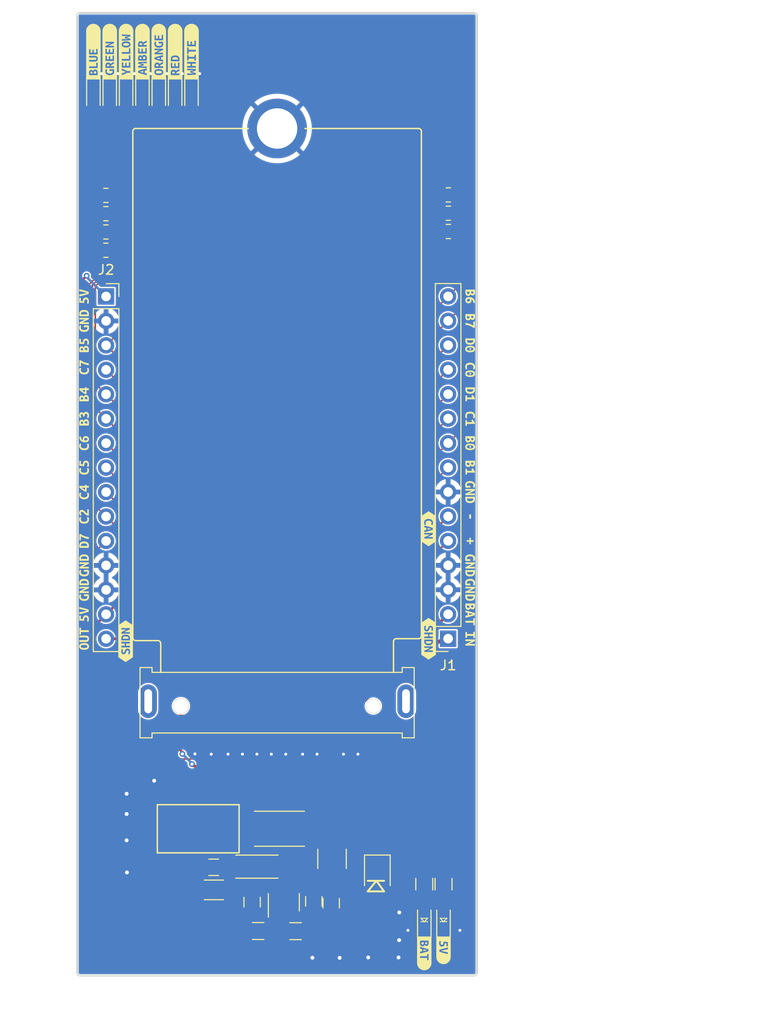
<source format=kicad_pcb>
(kicad_pcb (version 20211014) (generator pcbnew)
  (layers (0 "F.Cu" signal) (31 "B.Cu" signal) (34 "B.Paste" user) (35 "F.Paste" user) (36 "B.SilkS" user "B.Silkscreen") (37 "F.SilkS" user "F.Silkscreen") (38 "B.Mask" user) (39 "F.Mask" user) (44 "Edge.Cuts" user))
  (net 0 "")
  (net 1 "GND")
  (net 2 "Net-(C101-Pad1)")
  (net 3 "Net-(C103-Pad2)")
  (net 4 "Net-(C103-Pad1)")
  (net 5 "Net-(COUT101-Pad1)")
  (net 6 "Net-(D102-Pad2)")
  (net 7 "Net-(D103-Pad2)")
  (net 8 "Net-(R102-Pad1)")
  (net 9 "+5V")
  (net 10 "+BATT")
  (net 11 "/SHDN_IN")
  (net 12 "/CAN_+")
  (net 13 "/CAN_-")
  (net 14 "/PB1")
  (net 15 "/PB0")
  (net 16 "/PC1")
  (net 17 "/PD1")
  (net 18 "/PC0")
  (net 19 "/PD0")
  (net 20 "/PB7")
  (net 21 "/PB6")
  (net 22 "/PB5")
  (net 23 "/PC7")
  (net 24 "/PB4")
  (net 25 "/PB3")
  (net 26 "/PC6")
  (net 27 "/PC5")
  (net 28 "/PC4")
  (net 29 "/PB2")
  (net 30 "/PD7")
  (net 31 "/SHDN_OUT")
  (net 69 "Net-(D1-Pad2)")
  (net 70 "Net-(D3-Pad2)")
  (net 71 "Net-(D4-Pad2)")
  (net 72 "Net-(D5-Pad2)")
  (net 73 "Net-(D6-Pad2)")
  (net 74 "Net-(D7-Pad2)")
  (net 75 "Net-(D2-Pad2)")
  (footprint "footprints:Fuse_1210" (layer "F.Cu") (at 170.809 102.871 90)
    (fp_text reference "F101" hide)
    (fp_text value "F_500mA_16V" hide)
  )
  (footprint "footprints:R_2512_OEM" (layer "F.Cu") (at 165.3468 99.74392 180)
    (fp_text reference "R104" hide)
    (fp_text value "R_0_2512" hide)
  )
  (footprint "footprints:SOT-23-6_OEM" (layer "F.Cu") (at 165.7974 107.3842 90)
    (fp_text reference "U101" hide)
    (fp_text value "TPS560430YF" hide)
  )
  (footprint "footprints:R_0805_OEM" (layer "F.Cu") (at 180.4 105.5 -90)
    (fp_text reference "R105" hide)
    (fp_text value "R_200" hide)
  )
  (footprint "footprints:R_0805_OEM" (layer "F.Cu") (at 167.01678 110.38652)
    (fp_text reference "R102" hide)
    (fp_text value "R_25K" hide)
  )
  (footprint "footprints:C_1812" (layer "F.Cu") (at 159.6457 99.749 180)
    (fp_text reference "COUT102" hide)
    (fp_text value "C_33uF" hide)
  )
  (footprint "footprints:C_0805_OEM" (layer "F.Cu") (at 158.5027 103.7495 180)
    (fp_text reference "COUT103" hide)
    (fp_text value "C_47uF" hide)
  )
  (footprint "footprints:DO-214AA" (layer "F.Cu") (at 175.5207 105.6545 -90)
    (fp_text reference "D101" hide)
    (fp_text value "D_Zener_18V" hide)
  )
  (footprint "footprints:LED_0805_OEM" (layer "F.Cu") (at 180.4 109.2 90)
    (fp_text reference "D103" hide)
    (fp_text value "LED_0805" hide)
  )
  (footprint "footprints:C_1206_OEM" (layer "F.Cu") (at 158.5267 106.099 180)
    (fp_text reference "COUT101" hide)
    (fp_text value "C_22uF" hide)
  )
  (footprint "footprints:LED_0805_OEM" (layer "F.Cu") (at 182.4 109.2 90)
    (fp_text reference "D102" hide)
    (fp_text value "LED_0805" hide)
  )
  (footprint "footprints:C_0805_OEM" (layer "F.Cu") (at 162.5032 107.369 90)
    (fp_text reference "C103" hide)
    (fp_text value "C_0.1uF" hide)
  )
  (footprint "footprints:R_0805_OEM" (layer "F.Cu") (at 163.13058 110.37128)
    (fp_text reference "R103" hide)
    (fp_text value "R_100K" hide)
  )
  (footprint "footprints:C_0805_OEM" (layer "F.Cu") (at 170.72264 107.48 -90)
    (fp_text reference "C101" hide)
    (fp_text value "C_0.1uF" hide)
  )
  (footprint "footprints:C_0805_OEM" (layer "F.Cu") (at 168.9167 107.2895 -90)
    (fp_text reference "C102" hide)
    (fp_text value "C_2.2uF" hide)
  )
  (footprint "footprints:L_100uH_OEM" (layer "F.Cu") (at 162.9983 103.68346 180)
    (fp_text reference "L101" hide)
    (fp_text value "L_100uH" hide)
  )
  (footprint "footprints:R_0805_OEM" (layer "F.Cu") (at 182.4 105.5 -90)
    (fp_text reference "R101" hide)
    (fp_text value "R_1K" hide)
  )
  (footprint "kibuzzard-634A5F10" (layer "F.Cu") (at 185.166 64.77 -90)
    (fp_text reference "kibuzzard-634A5F10" hide)
    (fp_text value "G***" hide)
  )
  (footprint "kibuzzard-634A6045" (layer "F.Cu") (at 149.352 80.264 90)
    (fp_text reference "kibuzzard-634A6045" hide)
    (fp_text value "G***" hide)
  )
  (footprint "kibuzzard-634A5EFD" (layer "F.Cu") (at 180.848 68.58 -90)
    (fp_text reference "kibuzzard-634A5EFD" hide)
    (fp_text value "G***" hide)
  )
  (footprint "kibuzzard-634A5E1B" (layer "F.Cu") (at 145.034 62.23 90)
    (fp_text reference "kibuzzard-634A5E1B" hide)
    (fp_text value "G***" hide)
  )
  (footprint "Resistor_SMD:R_0805_2012Metric" (layer "F.Cu") (at 182.9 35.8)
    (fp_text reference "R6" hide)
    (fp_text value "R")
  )
  (footprint "kibuzzard-634A4103" (layer "F.Cu") (at 182.4 112.4 -90)
    (fp_text reference "kibuzzard-634A4103" hide)
    (fp_text value "G***" hide)
  )
  (footprint "kibuzzard-634A5D7A" (layer "F.Cu") (at 145.034 74.93 90)
    (fp_text reference "kibuzzard-634A5D7A" hide)
    (fp_text value "G***" hide)
  )
  (footprint "OEM:CHIPLED_0805" (layer "F.Cu") (at 149.4 23.6 -90)
    (fp_text reference "D3" hide)
    (fp_text value "LED_YELLOW" hide)
  )
  (footprint "kibuzzard-634A5E67" (layer "F.Cu") (at 185.166 77.47 -90)
    (fp_text reference "kibuzzard-634A5E67" hide)
    (fp_text value "G***" hide)
  )
  (footprint "kibuzzard-634A5F3F" (layer "F.Cu") (at 185.166 49.53 -90)
    (fp_text reference "kibuzzard-634A5F3F" hide)
    (fp_text value "G***" hide)
  )
  (footprint "OEM:CHIPLED_0805" (layer "F.Cu") (at 147.7 23.6 -90)
    (fp_text reference "D2" hide)
    (fp_text value "LED_GREEN" hide)
  )
  (footprint "kibuzzard-634A5F2F" (layer "F.Cu") (at 185.166 54.61 -90)
    (fp_text reference "kibuzzard-634A5F2F" hide)
    (fp_text value "G***" hide)
  )
  (footprint "kibuzzard-634A5E38" (layer "F.Cu") (at 145.034 69.85 90)
    (fp_text reference "kibuzzard-634A5E38" hide)
    (fp_text value "G***" hide)
  )
  (footprint "kibuzzard-634A5DF0" (layer "F.Cu") (at 145.034 54.61 90)
    (fp_text reference "kibuzzard-634A5DF0" hide)
    (fp_text value "G***" hide)
  )
  (footprint "footprints:Automotive_M.2" (layer "F.Cu") (at 165.1 87 180)
    (fp_text reference "J3" hide)
    (fp_text value "M.2")
    (fp_circle (center -10 0) (end -9.25 0) (layer "Edge.Cuts") (width 0.05) (fill none))
    (fp_circle (center 10 0) (end 10.8 0) (layer "Edge.Cuts") (width 0.05) (fill none))
  )
  (footprint "kibuzzard-634A4B52" (layer "F.Cu") (at 149.4 19 90)
    (fp_text reference "kibuzzard-634A4B52" hide)
    (fp_text value "G***" hide)
  )
  (footprint "Connector_PinSocket_2.54mm:PinSocket_1x15_P2.54mm_Vertical" (layer "F.Cu") (at 182.88 80 180)
    (fp_text reference "J1")
    (fp_text value "Conn_01x15")
  )
  (footprint "Resistor_SMD:R_0805_2012Metric" (layer "F.Cu") (at 147.3 37.75 180)
    (fp_text reference "R3" hide)
    (fp_text value "R")
  )
  (footprint "kibuzzard-634A5EB2" (layer "F.Cu") (at 185.166 67.31 -90)
    (fp_text reference "kibuzzard-634A5EB2" hide)
    (fp_text value "G***" hide)
  )
  (footprint "kibuzzard-634A5E74" (layer "F.Cu") (at 185.166 74.93 -90)
    (fp_text reference "kibuzzard-634A5E74" hide)
    (fp_text value "G***" hide)
  )
  (footprint "kibuzzard-634A4119" (layer "F.Cu") (at 180.4 112.7 -90)
    (fp_text reference "kibuzzard-634A4119" hide)
    (fp_text value "G***" hide)
  )
  (footprint "kibuzzard-634A5F37" (layer "F.Cu") (at 185.166 52.07 -90)
    (fp_text reference "kibuzzard-634A5F37" hide)
    (fp_text value "G***" hide)
  )
  (footprint "kibuzzard-634A5D61" (layer "F.Cu") (at 145.034 44.45 90)
    (fp_text reference "kibuzzard-634A5D61" hide)
    (fp_text value "G***" hide)
  )
  (footprint "Resistor_SMD:R_0805_2012Metric" (layer "F.Cu") (at 182.9 37.7)
    (fp_text reference "R5" hide)
    (fp_text value "R")
  )
  (footprint "kibuzzard-634A4BA3" (layer "F.Cu") (at 147.7 19 90)
    (fp_text reference "kibuzzard-634A4BA3" hide)
    (fp_text value "G***" hide)
  )
  (footprint "Resistor_SMD:R_0805_2012Metric" (layer "F.Cu") (at 147.3 35.85 180)
    (fp_text reference "R2" hide)
    (fp_text value "R")
  )
  (footprint "kibuzzard-634A6037" (layer "F.Cu") (at 185.166 80.01 -90)
    (fp_text reference "kibuzzard-634A6037" hide)
    (fp_text value "G***" hide)
  )
  (footprint "Resistor_SMD:R_0805_2012Metric" (layer "F.Cu") (at 182.9 33.9)
    (fp_text reference "R7" hide)
    (fp_text value "R")
  )
  (footprint "kibuzzard-634A5E01" (layer "F.Cu") (at 145.034 57.15 90)
    (fp_text reference "kibuzzard-634A5E01" hide)
    (fp_text value "G***" hide)
  )
  (footprint "OEM:CHIPLED_0805" (layer "F.Cu") (at 156.2 23.6 -90)
    (fp_text reference "D7" hide)
    (fp_text value "LED_WHITE" hide)
  )
  (footprint "OEM:CHIPLED_0805" (layer "F.Cu") (at 146 23.6 -90)
    (fp_text reference "D1" hide)
    (fp_text value "LED_BLUE" hide)
  )
  (footprint "kibuzzard-634A5E2B" (layer "F.Cu") (at 145.034 67.31 90)
    (fp_text reference "kibuzzard-634A5E2B" hide)
    (fp_text value "G***" hide)
  )
  (footprint "kibuzzard-634A5F28" (layer "F.Cu") (at 185.166 57.15 -90)
    (fp_text reference "kibuzzard-634A5F28" hide)
    (fp_text value "G***" hide)
  )
  (footprint "OEM:MountingHole_440_Keystone_4939" (layer "F.Cu") (at 165.1 27)
    (fp_text reference "H1" hide)
    (fp_text value "MountingHole_Pad")
  )
  (footprint "kibuzzard-634A5DDD" (layer "F.Cu") (at 145.034 49.53 90)
    (fp_text reference "kibuzzard-634A5DDD" hide)
    (fp_text value "G***" hide)
  )
  (footprint "kibuzzard-634A4B80" (layer "F.Cu") (at 152.8 19 90)
    (fp_text reference "kibuzzard-634A4B80" hide)
    (fp_text value "G***" hide)
  )
  (footprint "Connector_PinSocket_2.54mm:PinSocket_1x15_P2.54mm_Vertical" (layer "F.Cu") (at 147.32 44.45)
    (fp_text reference "J2")
    (fp_text value "Conn_01x15")
  )
  (footprint "Resistor_SMD:R_0805_2012Metric" (layer "F.Cu") (at 147.3 39.65 180)
    (fp_text reference "R4" hide)
    (fp_text value "R")
  )
  (footprint "Resistor_SMD:R_0805_2012Metric" (layer "F.Cu") (at 147.3 33.95 180)
    (fp_text reference "R1" hide)
    (fp_text value "R")
  )
  (footprint "kibuzzard-634A5D7A" (layer "F.Cu") (at 145.034 72.39 90)
    (fp_text reference "kibuzzard-634A5D7A" hide)
    (fp_text value "G***" hide)
  )
  (footprint "kibuzzard-634A602F" (layer "F.Cu") (at 145.034 80.01 90)
    (fp_text reference "kibuzzard-634A602F" hide)
    (fp_text value "G***" hide)
  )
  (footprint "kibuzzard-634A5F21" (layer "F.Cu") (at 185.166 59.69 -90)
    (fp_text reference "kibuzzard-634A5F21" hide)
    (fp_text value "G***" hide)
  )
  (footprint "kibuzzard-634A4BB2" (layer "F.Cu") (at 146 19 90)
    (fp_text reference "kibuzzard-634A4BB2" hide)
    (fp_text value "G***" hide)
  )
  (footprint "kibuzzard-634A5F48" (layer "F.Cu") (at 185.166 46.99 -90)
    (fp_text reference "kibuzzard-634A5F48" hide)
    (fp_text value "G***" hide)
  )
  (footprint "kibuzzard-634A5E08" (layer "F.Cu") (at 145.034 59.69 90)
    (fp_text reference "kibuzzard-634A5E08" hide)
    (fp_text value "G***" hide)
  )
  (footprint "kibuzzard-634A5D7A" (layer "F.Cu") (at 145.034 46.99 90)
    (fp_text reference "kibuzzard-634A5D7A" hide)
    (fp_text value "G***" hide)
  )
  (footprint "kibuzzard-634A4B76" (layer "F.Cu") (at 151.1 19 90)
    (fp_text reference "kibuzzard-634A4B76" hide)
    (fp_text value "G***" hide)
  )
  (footprint "kibuzzard-634A5F18" (layer "F.Cu") (at 185.166 62.23 -90)
    (fp_text reference "kibuzzard-634A5F18" hide)
    (fp_text value "G***" hide)
  )
  (footprint "kibuzzard-634A5D61" (layer "F.Cu") (at 145.034 77.47 90)
    (fp_text reference "kibuzzard-634A5D61" hide)
    (fp_text value "G***" hide)
  )
  (footprint "kibuzzard-634A5E21" (layer "F.Cu") (at 145.034 64.77 90)
    (fp_text reference "kibuzzard-634A5E21" hide)
    (fp_text value "G***" hide)
  )
  (footprint "kibuzzard-634A4B93" (layer "F.Cu") (at 154.5 19 90)
    (fp_text reference "kibuzzard-634A4B93" hide)
    (fp_text value "G***" hide)
  )
  (footprint "OEM:CHIPLED_0805" (layer "F.Cu") (at 151.1 23.6 -90)
    (fp_text reference "D4" hide)
    (fp_text value "LED_AMBER" hide)
  )
  (footprint "kibuzzard-634A5F51" (layer "F.Cu") (at 185.166 44.45 -90)
    (fp_text reference "kibuzzard-634A5F51" hide)
    (fp_text value "G***" hide)
  )
  (footprint "kibuzzard-634A4B3E" (layer "F.Cu") (at 156.2 19 90)
    (fp_text reference "kibuzzard-634A4B3E" hide)
    (fp_text value "G***" hide)
  )
  (footprint "OEM:CHIPLED_0805" (layer "F.Cu") (at 154.5 23.6 -90)
    (fp_text reference "D6" hide)
    (fp_text value "LED_RED" hide)
  )
  (footprint "kibuzzard-634A6045" (layer "F.Cu") (at 180.848 80.01 -90)
    (fp_text reference "kibuzzard-634A6045" hide)
    (fp_text value "G***" hide)
  )
  (footprint "kibuzzard-634A5EAA" (layer "F.Cu") (at 185.166 69.85 -90)
    (fp_text reference "kibuzzard-634A5EAA" hide)
    (fp_text value "G***" hide)
  )
  (footprint "OEM:CHIPLED_0805" (layer "F.Cu") (at 152.8 23.6 -90)
    (fp_text reference "D5" hide)
    (fp_text value "LED_ORANGE" hide)
  )
  (footprint "kibuzzard-634A5DE2" (layer "F.Cu") (at 145.034 51.816 90)
    (fp_text reference "kibuzzard-634A5DE2" hide)
    (fp_text value "G***" hide)
  )
  (footprint "kibuzzard-634A5E74" (layer "F.Cu") (at 185.166 72.39 -90)
    (fp_text reference "kibuzzard-634A5E74" hide)
    (fp_text value "G***" hide)
  )
  (gr_arc (start 179.8 27) (mid 180.012132 27.087868) (end 180.1 27.3) (layer "F.SilkS") (width 0.15))
  (gr_line (start 153 80.5) (end 153 83.5) (layer "F.SilkS") (width 0.15))
  (gr_arc (start 180.1 79.7) (mid 180.012132 79.912132) (end 179.8 80) (layer "F.SilkS") (width 0.15))
  (gr_line (start 179.8 80) (end 177.5 80) (layer "F.SilkS") (width 0.15))
  (gr_line (start 180.1 79.7) (end 180.1 27.3) (layer "F.SilkS") (width 0.15))
  (gr_arc (start 152.7 80.2) (mid 152.912132 80.287868) (end 153 80.5) (layer "F.SilkS") (width 0.15))
  (gr_arc (start 177.2 80.3) (mid 177.287868 80.087868) (end 177.5 80) (layer "F.SilkS") (width 0.15))
  (gr_arc (start 150.1 27.3) (mid 150.187868 27.087868) (end 150.4 27) (layer "F.SilkS") (width 0.15))
  (gr_line (start 177.2 80.3) (end 177.2 83.5) (layer "F.SilkS") (width 0.15))
  (gr_line (start 150.4 27) (end 162.1 27) (layer "F.SilkS") (width 0.15))
  (gr_line (start 150.1 27.3) (end 150.1 79.9) (layer "F.SilkS") (width 0.15))
  (gr_arc (start 150.4 80.2) (mid 150.187868 80.112132) (end 150.1 79.9) (layer "F.SilkS") (width 0.15))
  (gr_line (start 179.8 27) (end 168 27) (layer "F.SilkS") (width 0.15))
  (gr_line (start 150.4 80.2) (end 152.7 80.2) (layer "F.SilkS") (width 0.15))
  (gr_line (start 185.58 115) (end 144.62 115) (layer "Edge.Cuts") (width 0.2))
  (gr_arc (start 185.88 114.7) (mid 185.792132 114.912132) (end 185.58 115) (layer "Edge.Cuts") (width 0.2))
  (gr_arc (start 144.32 15.3) (mid 144.407868 15.087868) (end 144.62 15) (layer "Edge.Cuts") (width 0.2))
  (gr_arc (start 144.62 115) (mid 144.407868 114.912132) (end 144.32 114.7) (layer "Edge.Cuts") (width 0.2))
  (gr_line (start 144.62 15) (end 185.58 15) (layer "Edge.Cuts") (width 0.2))
  (gr_arc (start 185.58 15) (mid 185.792132 15.087868) (end 185.88 15.3) (layer "Edge.Cuts") (width 0.2))
  (gr_line (start 144.32 114.7) (end 144.32 15.3) (layer "Edge.Cuts") (width 0.2))
  (gr_line (start 185.88 15.3) (end 185.88 114.7) (layer "Edge.Cuts") (width 0.2))
  (segment (start 161.35 90) (end 161.35 91.85) (width 0.1524) (layer "F.Cu") (net 1))
  (segment (start 158.35 91.9) (end 158.25 92) (width 0.1524) (layer "F.Cu") (net 1))
  (segment (start 173.35 90) (end 173.35 91.85) (width 0.1524) (layer "F.Cu") (net 1))
  (segment (start 157.5027 103.6245) (end 154.3657 100.4875) (width 0.254) (layer "F.Cu") (net 1))
  (segment (start 158.35 90) (end 158.35 91.9) (width 0.1524) (layer "F.Cu") (net 1))
  (segment (start 159.85 90) (end 159.85 91.85) (width 0.1524) (layer "F.Cu") (net 1))
  (segment (start 150.25 21.7) (end 150.25 21.3) (width 0.1524) (layer "F.Cu") (net 1))
  (segment (start 174.5301 113.15766) (end 174.5682 113.11956) (width 0.381) (layer "F.Cu") (net 1))
  (segment (start 162.85 91.85) (end 163 92) (width 0.1524) (layer "F.Cu") (net 1))
  (segment (start 161.35 91.85) (end 161.5 92) (width 0.1524) (layer "F.Cu") (net 1))
  (segment (start 167.96678 109.11442) (end 168.7917 108.2895) (width 0.254) (layer "F.Cu") (net 1))
  (segment (start 162.85 90) (end 162.85 91.85) (width 0.1524) (layer "F.Cu") (net 1))
  (segment (start 150.65664 99.749) (end 149.45522 100.95042) (width 0.254) (layer "F.Cu") (net 1))
  (segment (start 167.422999 107.674799) (end 165.822801 107.674799) (width 0.254) (layer "F.Cu") (net 1))
  (segment (start 157.0267 104.2255) (end 157.5027 103.7495) (width 0.254) (layer "F.Cu") (net 1))
  (segment (start 165.85 90) (end 165.85 91.85) (width 0.1524) (layer "F.Cu") (net 1))
  (segment (start 168.85 91.6) (end 169.25 92) (width 0.1524) (layer "F.Cu") (net 1))
  (segment (start 154.5 22.55) (end 155.25 21.8) (width 0.1524) (layer "F.Cu") (net 1))
  (segment (start 177.72288 111.38474) (end 177.78638 111.32124) (width 0.381) (layer "F.Cu") (net 1))
  (segment (start 177.0447 107.6865) (end 177.79908 108.44088) (width 0.254) (layer "F.Cu") (net 1))
  (segment (start 151.1 22.55) (end 151.95 21.7) (width 0.1524) (layer "F.Cu") (net 1))
  (segment (start 168.7917 108.2895) (end 168.9167 108.2895) (width 0.254) (layer "F.Cu") (net 1))
  (segment (start 168.85 90) (end 168.85 91.6) (width 0.1524) (layer "F.Cu") (net 1))
  (segment (start 168.9167 108.2895) (end 168.0377 108.2895) (width 0.254) (layer "F.Cu") (net 1))
  (segment (start 146.85 21.7) (end 146.85 21.3) (width 0.1524) (layer "F.Cu") (net 1))
  (segment (start 157.5027 103.7495) (end 157.5027 103.6245) (width 0.254) (layer "F.Cu") (net 1))
  (segment (start 157.0267 106.099) (end 157.0267 104.2255) (width 0.254) (layer "F.Cu") (net 1))
  (segment (start 152.8 22.55) (end 153.65 21.7) (width 0.1524) (layer "F.Cu") (net 1))
  (segment (start 154.3657 99.749) (end 150.65664 99.749) (width 0.254) (layer "F.Cu") (net 1))
  (segment (start 168.0377 108.2895) (end 167.422999 107.674799) (width 0.254) (layer "F.Cu") (net 1))
  (segment (start 167.35 90) (end 167.35 91.6) (width 0.1524) (layer "F.Cu") (net 1))
  (segment (start 164.35 90) (end 164.35 91.85) (width 0.1524) (layer "F.Cu") (net 1))
  (segment (start 167.96678 110.38652) (end 167.96678 112.34236) (width 0.254) (layer "F.Cu") (net 1))
  (segment (start 149.4 22.55) (end 150.25 21.7) (width 0.1524) (layer "F.Cu") (net 1))
  (segment (start 175.5207 107.6865) (end 177.0447 107.6865) (width 0.254) (layer "F.Cu") (net 1))
  (segment (start 170.72264 107.98632) (end 169.21988 107.98632) (width 0.254) (layer "F.Cu") (net 1))
  (segment (start 165.85 91.85) (end 166 92) (width 0.1524) (layer "F.Cu") (net 1))
  (segment (start 155.25 21.8) (end 155.25 21.25) (width 0.1524) (layer "F.Cu") (net 1))
  (segment (start 169.21988 107.98632) (end 168.9167 108.2895) (width 0.254) (layer "F.Cu") (net 1))
  (segment (start 156.557319 91.9695) (end 156.85 91.676819) (width 0.1524) (layer "F.Cu") (net 1))
  (segment (start 167.96678 110.38652) (end 167.96678 109.11442) (width 0.254) (layer "F.Cu") (net 1))
  (segment (start 173.35 91.85) (end 173.5 92) (width 0.1524) (layer "F.Cu") (net 1))
  (segment (start 147.7 22.55) (end 148.55 21.7) (width 0.1524) (layer "F.Cu") (net 1))
  (segment (start 159.85 91.85) (end 160 92) (width 0.1524) (layer "F.Cu") (net 1))
  (segment (start 156.85 91.676819) (end 156.85 90) (width 0.1524) (layer "F.Cu") (net 1))
  (segment (start 154.3657 100.4875) (end 154.3657 99.749) (width 0.254) (layer "F.Cu") (net 1))
  (segment (start 182.4 110.3) (end 184.1 110.3) (width 0.1524) (layer "F.Cu") (net 1))
  (segment (start 146 22.55) (end 146.85 21.7) (width 0.1524) (layer "F.Cu") (net 1))
  (segment (start 151.95 21.7) (end 151.95 21.3) (width 0.1524) (layer "F.Cu") (net 1))
  (segment (start 165.822801 107.674799) (end 165.7974 107.7002) (width 0.254) (layer "F.Cu") (net 1))
  (segment (start 165.7974 107.7002) (end 165.7974 108.4842) (width 0.254) (layer "F.Cu") (net 1))
  (segment (start 164.35 91.85) (end 164.5 92) (width 0.1524) (layer "F.Cu") (net 1))
  (segment (start 153.65 21.7) (end 153.65 21.3) (width 0.1524) (layer "F.Cu") (net 1))
  (segment (start 180.4 110.3) (end 178.7 110.3) (width 0.1524) (layer "F.Cu") (net 1))
  (segment (start 167.96678 112.34236) (end 168.76938 113.14496) (width 0.254) (layer "F.Cu") (net 1))
  (segment (start 148.55 21.7) (end 148.55 21.3) (width 0.1524) (layer "F.Cu") (net 1))
  (segment (start 171.85 90) (end 171.85 91.85) (width 0.1524) (layer "F.Cu") (net 1))
  (segment (start 157.05 21.7) (end 157.05 21.3) (width 0.1524) (layer "F.Cu") (net 1))
  (segment (start 171.85 91.85) (end 172 92) (width 0.1524) (layer "F.Cu") (net 1))
  (segment (start 167.35 91.6) (end 167.75 92) (width 0.1524) (layer "F.Cu") (net 1))
  (segment (start 156.2 22.55) (end 157.05 21.7) (width 0.1524) (layer "F.Cu") (net 1))
  (via (at 160 92) (size 0.6096) (drill 0.3048) (layers "F.Cu" "B.Cu") (net 1))
  (via (at 166 92) (size 0.6096) (drill 0.3048) (layers "F.Cu" "B.Cu") (net 1))
  (via (at 177.79908 108.44088) (size 0.8) (drill 0.4) (layers "F.Cu" "B.Cu") (net 1))
  (via (at 164.5 92) (size 0.6096) (drill 0.3048) (layers "F.Cu" "B.Cu") (net 1))
  (via (at 172 92) (size 0.6096) (drill 0.3048) (layers "F.Cu" "B.Cu") (net 1))
  (via (at 151.95 21.3) (size 0.6096) (drill 0.3048) (layers "F.Cu" "B.Cu") (net 1))
  (via (at 161.5 92) (size 0.6096) (drill 0.3048) (layers "F.Cu" "B.Cu") (net 1))
  (via (at 149.45522 96.11426) (size 0.8) (drill 0.4) (layers "F.Cu" "B.Cu") (net 1))
  (via (at 167.75 92) (size 0.6096) (drill 0.3048) (layers "F.Cu" "B.Cu") (net 1))
  (via (at 149.45522 98.21484) (size 0.8) (drill 0.4) (layers "F.Cu" "B.Cu") (net 1))
  (via (at 173.5 92) (size 0.6096) (drill 0.3048) (layers "F.Cu" "B.Cu") (net 1))
  (via (at 174.5682 113.11956) (size 0.8) (drill 0.4) (layers "F.Cu" "B.Cu") (net 1))
  (via (at 150.25 21.3) (size 0.6096) (drill 0.3048) (layers "F.Cu" "B.Cu") (net 1))
  (via (at 149.49078 104.28544) (size 0.8) (drill 0.4) (layers "F.Cu" "B.Cu") (net 1))
  (via (at 169.25 92) (size 0.6096) (drill 0.3048) (layers "F.Cu" "B.Cu") (net 1))
  (via (at 158.25 92) (size 0.6096) (drill 0.3048) (layers "F.Cu" "B.Cu") (net 1))
  (via (at 177.78638 111.32124) (size 0.8) (drill 0.4) (layers "F.Cu" "B.Cu") (net 1))
  (via (at 163 92) (size 0.6096) (drill 0.3048) (layers "F.Cu" "B.Cu") (net 1))
  (via (at 178.7 110.3) (size 0.6096) (drill 0.3048) (layers "F.Cu" "B.Cu") (net 1))
  (via (at 171.59894 113.15766) (size 0.8) (drill 0.4) (layers "F.Cu" "B.Cu") (net 1))
  (via (at 177.72288 113.11956) (size 0.8) (drill 0.4) (layers "F.Cu" "B.Cu") (net 1))
  (via (at 152.32034 94.76044) (size 0.8) (drill 0.4) (layers "F.Cu" "B.Cu") (net 1))
  (via (at 184.1 110.3) (size 0.6096) (drill 0.3048) (layers "F.Cu" "B.Cu") (net 1))
  (via (at 146.85 21.3) (size 0.6096) (drill 0.3048) (layers "F.Cu" "B.Cu") (net 1))
  (via (at 155.25 21.3) (size 0.6096) (drill 0.3048) (layers "F.Cu" "B.Cu") (net 1))
  (via (at 157.05 21.3) (size 0.6096) (drill 0.3048) (layers "F.Cu" "B.Cu") (net 1))
  (via (at 153.65 21.3) (size 0.6096) (drill 0.3048) (layers "F.Cu" "B.Cu") (net 1))
  (via (at 149.45522 100.95042) (size 0.8) (drill 0.4) (layers "F.Cu" "B.Cu") (net 1))
  (via (at 168.76938 113.14496) (size 0.8) (drill 0.4) (layers "F.Cu" "B.Cu") (net 1))
  (via (at 156.557319 91.9695) (size 0.6096) (drill 0.3048) (layers "F.Cu" "B.Cu") (net 1))
  (via (at 148.55 21.3) (size 0.6096) (drill 0.3048) (layers "F.Cu" "B.Cu") (net 1))
  (segment (start 177.78638 108.45358) (end 177.79908 108.44088) (width 0.381) (layer "B.Cu") (net 1))
  (segment (start 149.49078 100.98598) (end 149.45522 100.95042) (width 0.25) (layer "B.Cu") (net 1))
  (segment (start 149.45522 96.11426) (end 149.45522 96.679945) (width 0.25) (layer "B.Cu") (net 1))
  (segment (start 149.45522 96.679945) (end 149.45268 96.682485) (width 0.25) (layer "B.Cu") (net 1))
  (segment (start 177.78638 111.32124) (end 177.78638 108.45358) (width 0.381) (layer "B.Cu") (net 1))
  (segment (start 175.133885 113.11956) (end 177.72288 113.11956) (width 0.381) (layer "B.Cu") (net 1))
  (segment (start 174.5682 113.11956) (end 175.133885 113.11956) (width 0.381) (layer "B.Cu") (net 1))
  (segment (start 149.45268 96.682485) (end 149.45268 98.2123) (width 0.25) (layer "B.Cu") (net 1))
  (segment (start 149.45268 98.2123) (end 149.45522 98.21484) (width 0.25) (layer "B.Cu") (net 1))
  (segment (start 149.49078 104.28544) (end 149.49078 100.98598) (width 0.25) (layer "B.Cu") (net 1))
  (segment (start 168.76938 113.14496) (end 171.58624 113.14496) (width 0.381) (layer "B.Cu") (net 1))
  (segment (start 171.58624 113.14496) (end 171.59894 113.15766) (width 0.381) (layer "B.Cu") (net 1))
  (segment (start 166.7474 106.2842) (end 165.7974 106.2842) (width 0.381) (layer "F.Cu") (net 2))
  (segment (start 175.5207 103.6225) (end 177.3982 105.5) (width 0.1524) (layer "F.Cu") (net 2))
  (segment (start 169.03852 106.41132) (end 168.9167 106.2895) (width 0.254) (layer "F.Cu") (net 2))
  (segment (start 181.45 105.5) (end 182.4 104.55) (width 0.1524) (layer "F.Cu") (net 2))
  (segment (start 173.9205 103.6225) (end 173.222 104.321) (width 0.381) (layer "F.Cu") (net 2))
  (segment (start 177.3982 105.5) (end 181.45 105.5) (width 0.1524) (layer "F.Cu") (net 2))
  (segment (start 170.72264 104.40736) (end 170.809 104.321) (width 0.381) (layer "F.Cu") (net 2))
  (segment (start 175.5207 103.6225) (end 173.9205 103.6225) (width 0.381) (layer "F.Cu") (net 2))
  (segment (start 168.9167 106.2895) (end 166.7527 106.2895) (width 0.254) (layer "F.Cu") (net 2))
  (segment (start 170.72264 106.48) (end 170.72264 104.40736) (width 0.381) (layer "F.Cu") (net 2))
  (segment (start 170.72264 106.41132) (end 169.03852 106.41132) (width 0.254) (layer "F.Cu") (net 2))
  (segment (start 173.222 104.321) (end 170.809 104.321) (width 0.381) (layer "F.Cu") (net 2))
  (segment (start 166.7527 106.2895) (end 166.7474 106.2842) (width 0.254) (layer "F.Cu") (net 2))
  (segment (start 164.5983 103.68346) (end 164.5983 106.0351) (width 0.254) (layer "F.Cu") (net 3))
  (segment (start 164.8474 106.2842) (end 162.588 106.2842) (width 0.254) (layer "F.Cu") (net 3))
  (segment (start 164.5983 106.0351) (end 164.8474 106.2842) (width 0.254) (layer "F.Cu") (net 3))
  (segment (start 162.588 106.2842) (end 162.5032 106.369) (width 0.254) (layer "F.Cu") (net 3))
  (segment (start 162.6184 108.4842) (end 162.5032 108.369) (width 0.254) (layer "F.Cu") (net 4))
  (segment (start 164.8474 108.4842) (end 162.6184 108.4842) (width 0.254) (layer "F.Cu") (net 4))
  (segment (start 159.65078 99.74392) (end 159.6457 99.749) (width 0.254) (layer "F.Cu") (net 5))
  (segment (start 160.0267 106.099) (end 160.0267 104.2735) (width 0.254) (layer "F.Cu") (net 5))
  (segment (start 164.59108 99.74392) (end 167.64716 102.8) (width 0.254) (layer "F.Cu") (net 5))
  (segment (start 160.0267 108.8214) (end 161.57658 110.37128) (width 0.254) (layer "F.Cu") (net 5))
  (segment (start 161.57658 110.37128) (end 162.18058 110.37128) (width 0.254) (layer "F.Cu") (net 5))
  (segment (start 159.5027 103.7495) (end 159.5027 99.892) (width 0.254) (layer "F.Cu") (net 5))
  (segment (start 172.2 102.8) (end 173.1 101.9) (width 0.254) (layer "F.Cu") (net 5))
  (segment (start 159.56874 103.68346) (end 159.5027 103.7495) (width 0.254) (layer "F.Cu") (net 5))
  (segment (start 180.4 104.2) (end 180.4 104.55) (width 0.254) (layer "F.Cu") (net 5))
  (segment (start 162.2468 99.74392) (end 159.65078 99.74392) (width 0.254) (layer "F.Cu") (net 5))
  (segment (start 178.1 101.9) (end 180.4 104.2) (width 0.254) (layer "F.Cu") (net 5))
  (segment (start 159.50346 99.89124) (end 159.6457 99.749) (width 0.25) (layer "F.Cu") (net 5))
  (segment (start 162.2468 99.74392) (end 164.59108 99.74392) (width 0.254) (layer "F.Cu") (net 5))
  (segment (start 160.0267 104.2735) (end 159.5027 103.7495) (width 0.254) (layer "F.Cu") (net 5))
  (segment (start 160.0267 106.099) (end 160.0267 108.8214) (width 0.254) (layer "F.Cu") (net 5))
  (segment (start 159.5027 99.892) (end 159.6457 99.749) (width 0.254) (layer "F.Cu") (net 5))
  (segment (start 167.64716 102.8) (end 172.2 102.8) (width 0.254) (layer "F.Cu") (net 5))
  (segment (start 173.1 101.9) (end 178.1 101.9) (width 0.254) (layer "F.Cu") (net 5))
  (segment (start 159.59236 103.68346) (end 159.50346 103.77236) (width 0.25) (layer "F.Cu") (net 5))
  (segment (start 161.3983 103.68346) (end 159.56874 103.68346) (width 0.254) (layer "F.Cu") (net 5))
  (segment (start 182.4 106.45) (end 182.4 108.1) (width 0.1524) (layer "F.Cu") (net 6))
  (segment (start 180.4 106.45) (end 180.4 108.1) (width 0.1524) (layer "F.Cu") (net 7))
  (segment (start 166.06678 110.38652) (end 166.7474 109.7059) (width 0.254) (layer "F.Cu") (net 8))
  (segment (start 166.7474 109.7059) (end 166.7474 108.4842) (width 0.254) (layer "F.Cu") (net 8))
  (segment (start 164.09582 110.38652) (end 164.08058 110.37128) (width 0.254) (layer "F.Cu") (net 8))
  (segment (start 166.06678 110.38652) (end 164.09582 110.38652) (width 0.254) (layer "F.Cu") (net 8))
  (segment (start 155.25 91.786) (end 154.534 91.07) (width 0.254) (layer "F.Cu") (net 9))
  (segment (start 154.85 89.55) (end 154.85 90.754) (width 0.254) (layer "F.Cu") (net 9))
  (segment (start 163.80688 93.25) (end 160.25 93.25) (width 0.254) (layer "F.Cu") (net 9))
  (segment (start 148.9601 69.5601) (end 148.9601 75.8299) (width 0.254) (layer "F.Cu") (net 9))
  (segment (start 147.837 68.437) (end 148.9601 69.5601) (width 0.254) (layer "F.Cu") (net 9))
  (segment (start 146.12 78.67) (end 147.32 77.47) (width 0.254) (layer "F.Cu") (net 9))
  (segment (start 144.9 66.483819) (end 146.853181 68.437) (width 0.254) (layer "F.Cu") (net 9))
  (segment (start 148.9601 75.8299) (end 147.32 77.47) (width 0.254) (layer "F.Cu") (net 9))
  (segment (start 146.12 84.55) (end 146.12 78.67) (width 0.254) (layer "F.Cu") (net 9))
  (segment (start 152.64 91.07) (end 146.12 84.55) (width 0.254) (layer "F.Cu") (net 9))
  (segment (start 146.853181 68.437) (end 147.837 68.437) (width 0.254) (layer "F.Cu") (net 9))
  (segment (start 155.25 91.9695) (end 155.25 91.786) (width 0.254) (layer "F.Cu") (net 9))
  (segment (start 154.534 91.07) (end 152.64 91.07) (width 0.254) (layer "F.Cu") (net 9))
  (segment (start 144.9 42.7) (end 144.9 66.483819) (width 0.254) (layer "F.Cu") (net 9))
  (segment (start 160.25 93.25) (end 156.4695 93.25) (width 0.254) (layer "F.Cu") (net 9))
  (segment (start 145.3 42.3) (end 144.9 42.7) (width 0.254) (layer "F.Cu") (net 9))
  (segment (start 168.4468 99.74392) (end 168.4468 97.88992) (width 0.254) (layer "F.Cu") (net 9))
  (segment (start 154.85 90.754) (end 154.534 91.07) (width 0.254) (layer "F.Cu") (net 9))
  (segment (start 156.4695 93.25) (end 156.25 93.0305) (width 0.254) (layer "F.Cu") (net 9))
  (segment (start 168.4468 97.88992) (end 163.80688 93.25) (width 0.254) (layer "F.Cu") (net 9))
  (via (at 156.25 93.0305) (size 0.6096) (drill 0.3048) (layers "F.Cu" "B.Cu") (net 9))
  (via (at 155.25 91.9695) (size 0.6096) (drill 0.3048) (layers "F.Cu" "B.Cu") (net 9))
  (via (at 145.3 42.3) (size 0.6096) (drill 0.3048) (layers "F.Cu" "B.Cu") (net 9))
  (segment (start 156.25 93.0305) (end 156.25 92.9695) (width 0.254) (layer "B.Cu") (net 9))
  (segment (start 156.25 92.9695) (end 155.25 91.9695) (width 0.254) (layer "B.Cu") (net 9))
  (segment (start 145.3 42.3) (end 145.3 42.43) (width 0.254) (layer "B.Cu") (net 9))
  (segment (start 145.3 42.43) (end 147.32 44.45) (width 0.254) (layer "B.Cu") (net 9))
  (segment (start 175.35 92.4) (end 175.35 89.55) (width 0.3048) (layer "F.Cu") (net 10))
  (segment (start 181.7276 79.59148) (end 176.25 85.06908) (width 0.3048) (layer "F.Cu") (net 10))
  (segment (start 175.35 88.2952) (end 175.35 89.55) (width 0.3048) (layer "F.Cu") (net 10))
  (segment (start 181.7276 78.6124) (end 181.7276 79.59148) (width 0.3048) (layer "F.Cu") (net 10))
  (segment (start 176.25 87.3952) (end 175.35 88.2952) (width 0.3048) (layer "F.Cu") (net 10))
  (segment (start 182.88 77.46) (end 181.7276 78.6124) (width 0.3048) (layer "F.Cu") (net 10))
  (segment (start 170.809 101.421) (end 170.809 96.941) (width 0.3048) (layer "F.Cu") (net 10))
  (segment (start 170.809 96.941) (end 175.35 92.4) (width 0.3048) (layer "F.Cu") (net 10))
  (segment (start 176.25 85.06908) (end 176.25 87.3952) (width 0.3048) (layer "F.Cu") (net 10))
  (segment (start 176.65 89.55) (end 176.7048 89.4952) (width 0.3048) (layer "F.Cu") (net 11))
  (segment (start 182.25 80) (end 182.88 80) (width 0.3048) (layer "F.Cu") (net 11))
  (segment (start 176.7048 89.4952) (end 176.7048 85.5452) (width 0.3048) (layer "F.Cu") (net 11))
  (segment (start 176.7048 85.5452) (end 182.25 80) (width 0.3048) (layer "F.Cu") (net 11))
  (segment (start 177.1 83.65) (end 177.1 75.62) (width 0.2) (layer "F.Cu") (net 12))
  (segment (start 172.85 87.9) (end 177.1 83.65) (width 0.2) (layer "F.Cu") (net 12))
  (segment (start 177.1 75.62) (end 182.88 69.84) (width 0.2) (layer "F.Cu") (net 12))
  (segment (start 172.85 90) (end 172.85 87.9) (width 0.2) (layer "F.Cu") (net 12))
  (segment (start 172.35 90) (end 172.35 87.9) (width 0.2) (layer "F.Cu") (net 13))
  (segment (start 172.35 87.9) (end 176.75 83.5) (width 0.2) (layer "F.Cu") (net 13))
  (segment (start 176.75 73.43) (end 182.88 67.3) (width 0.2) (layer "F.Cu") (net 13))
  (segment (start 176.75 83.5) (end 176.75 73.43) (width 0.2) (layer "F.Cu") (net 13))
  (segment (start 176.4 68.7) (end 176.4 83.1) (width 0.1524) (layer "F.Cu") (net 14))
  (segment (start 176.4 83.1) (end 169.5 90) (width 0.1524) (layer "F.Cu") (net 14))
  (segment (start 182.88 62.22) (end 176.4 68.7) (width 0.1524) (layer "F.Cu") (net 14))
  (segment (start 169.5 90) (end 169.35 90) (width 0.1524) (layer "F.Cu") (net 14))
  (segment (start 174.25 84.75) (end 176.0976 82.9024) (width 0.1524) (layer "F.Cu") (net 15))
  (segment (start 172.4476 84.75) (end 174.25 84.75) (width 0.1524) (layer "F.Cu") (net 15))
  (segment (start 182.88 59.68) (end 184.3024 58.2576) (width 0.1524) (layer "F.Cu") (net 15))
  (segment (start 168.35 90) (end 168.35 88.8476) (width 0.1524) (layer "F.Cu") (net 15))
  (segment (start 184.3024 39.05) (end 184.8536 38.4988) (width 0.1524) (layer "F.Cu") (net 15))
  (segment (start 184.8536 35.455152) (end 183.8125 34.414052) (width 0.1524) (layer "F.Cu") (net 15))
  (segment (start 184.3024 58.2576) (end 184.3024 39.05) (width 0.1524) (layer "F.Cu") (net 15))
  (segment (start 176.0976 66.4624) (end 182.88 59.68) (width 0.1524) (layer "F.Cu") (net 15))
  (segment (start 184.8536 38.4988) (end 184.8536 35.455152) (width 0.1524) (layer "F.Cu") (net 15))
  (segment (start 183.8125 34.414052) (end 183.8125 33.9) (width 0.1524) (layer "F.Cu") (net 15))
  (segment (start 176.0976 82.9024) (end 176.0976 66.4624) (width 0.1524) (layer "F.Cu") (net 15))
  (segment (start 168.35 88.8476) (end 172.4476 84.75) (width 0.1524) (layer "F.Cu") (net 15))
  (segment (start 167.85 88.8976) (end 167.85 90) (width 0.1524) (layer "F.Cu") (net 16))
  (segment (start 171.7238 85.0238) (end 167.85 88.8976) (width 0.1524) (layer "F.Cu") (net 16))
  (segment (start 175.7952 64.2248) (end 175.7952 77.7024) (width 0.1524) (layer "F.Cu") (net 16))
  (segment (start 182.88 57.14) (end 175.7952 64.2248) (width 0.1524) (layer "F.Cu") (net 16))
  (segment (start 171.7238 81.7738) (end 171.7238 85.0238) (width 0.1524) (layer "F.Cu") (net 16))
  (segment (start 175.7952 77.7024) (end 171.7238 81.7738) (width 0.1524) (layer "F.Cu") (net 16))
  (segment (start 171.4214 81.648542) (end 175.4928 77.577142) (width 0.1524) (layer "F.Cu") (net 17))
  (segment (start 168.526458 86.526458) (end 169.578858 86.526458) (width 0.1524) (layer "F.Cu") (net 17))
  (segment (start 166.85 88.202916) (end 168.526458 86.526458) (width 0.1524) (layer "F.Cu") (net 17))
  (segment (start 166.85 90) (end 166.85 88.202916) (width 0.1524) (layer "F.Cu") (net 17))
  (segment (start 171.4214 84.683916) (end 171.4214 81.648542) (width 0.1524) (layer "F.Cu") (net 17))
  (segment (start 175.4928 61.9872) (end 182.88 54.6) (width 0.1524) (layer "F.Cu") (net 17))
  (segment (start 169.578858 86.526458) (end 171.4214 84.683916) (width 0.1524) (layer "F.Cu") (net 17))
  (segment (start 175.4928 77.577142) (end 175.4928 61.9872) (width 0.1524) (layer "F.Cu") (net 17))
  (segment (start 170.240029 85.437629) (end 169.187629 85.437629) (width 0.1524) (layer "F.Cu") (net 18))
  (segment (start 166.35 88.275258) (end 166.35 90) (width 0.1524) (layer "F.Cu") (net 18))
  (segment (start 182.88 52.06) (end 175.1904 59.7496) (width 0.1524) (layer "F.Cu") (net 18))
  (segment (start 175.1904 59.7496) (end 175.1904 77.451884) (width 0.1524) (layer "F.Cu") (net 18))
  (segment (start 171.119 84.558658) (end 170.240029 85.437629) (width 0.1524) (layer "F.Cu") (net 18))
  (segment (start 171.119 81.523284) (end 171.119 84.558658) (width 0.1524) (layer "F.Cu") (net 18))
  (segment (start 175.1904 77.451884) (end 171.119 81.523284) (width 0.1524) (layer "F.Cu") (net 18))
  (segment (start 169.187629 85.437629) (end 166.35 88.275258) (width 0.1524) (layer "F.Cu") (net 18))
  (segment (start 170.8166 81.398026) (end 174.888 77.326626) (width 0.1524) (layer "F.Cu") (net 19))
  (segment (start 165.35 90) (end 165.35 88.8476) (width 0.1524) (layer "F.Cu") (net 19))
  (segment (start 170.8166 84.4334) (end 170.8166 81.398026) (width 0.1524) (layer "F.Cu") (net 19))
  (segment (start 174.888 57.512) (end 182.88 49.52) (width 0.1524) (layer "F.Cu") (net 19))
  (segment (start 165.35 88.8476) (end 169.0928 85.1048) (width 0.1524) (layer "F.Cu") (net 19))
  (segment (start 170.1452 85.1048) (end 170.8166 84.4334) (width 0.1524) (layer "F.Cu") (net 19))
  (segment (start 174.888 77.326626) (end 174.888 57.512) (width 0.1524) (layer "F.Cu") (net 19))
  (segment (start 169.0928 85.1048) (end 170.1452 85.1048) (width 0.1524) (layer "F.Cu") (net 19))
  (segment (start 174.5856 77.201368) (end 170.5142 81.272768) (width 0.1524) (layer "F.Cu") (net 20))
  (segment (start 182.88 46.98) (end 184 45.86) (width 0.1524) (layer "F.Cu") (net 20))
  (segment (start 170.5142 81.272768) (end 170.5142 84.2358) (width 0.1524) (layer "F.Cu") (net 20))
  (segment (start 184.5512 36.5387) (end 183.8125 35.8) (width 0.1524) (layer "F.Cu") (net 20))
  (segment (start 168.9452 84.8024) (end 164.85 88.8976) (width 0.1524) (layer "F.Cu") (net 20))
  (segment (start 164.85 88.8976) (end 164.85 90) (width 0.1524) (layer "F.Cu") (net 20))
  (segment (start 182.88 46.98) (end 174.5856 55.2744) (width 0.1524) (layer "F.Cu") (net 20))
  (segment (start 174.5856 55.2744) (end 174.5856 77.201368) (width 0.1524) (layer "F.Cu") (net 20))
  (segment (start 184.5512 38.347248) (end 184.5512 36.5387) (width 0.1524) (layer "F.Cu") (net 20))
  (segment (start 184 45.86) (end 184 38.898448) (width 0.1524) (layer "F.Cu") (net 20))
  (segment (start 169.9476 84.8024) (end 168.9452 84.8024) (width 0.1524) (layer "F.Cu") (net 20))
  (segment (start 184 38.898448) (end 184.5512 38.347248) (width 0.1524) (layer "F.Cu") (net 20))
  (segment (start 170.5142 84.2358) (end 169.9476 84.8024) (width 0.1524) (layer "F.Cu") (net 20))
  (segment (start 169.75 84.5) (end 170.2118 84.0382) (width 0.1524) (layer "F.Cu") (net 21))
  (segment (start 174.2832 53.0368) (end 182.88 44.44) (width 0.1524) (layer "F.Cu") (net 21))
  (segment (start 163.85 88.8476) (end 168.1976 84.5) (width 0.1524) (layer "F.Cu") (net 21))
  (segment (start 183.6976 43.6224) (end 183.6976 37.8149) (width 0.1524) (layer "F.Cu") (net 21))
  (segment (start 170.2118 84.0382) (end 170.2118 81.14751) (width 0.1524) (layer "F.Cu") (net 21))
  (segment (start 168.1976 84.5) (end 169.75 84.5) (width 0.1524) (layer "F.Cu") (net 21))
  (segment (start 163.85 90) (end 163.85 88.8476) (width 0.1524) (layer "F.Cu") (net 21))
  (segment (start 170.2118 81.14751) (end 174.2832 77.07611) (width 0.1524) (layer "F.Cu") (net 21))
  (segment (start 182.88 44.44) (end 183.6976 43.6224) (width 0.1524) (layer "F.Cu") (net 21))
  (segment (start 183.6976 37.8149) (end 183.8125 37.7) (width 0.1524) (layer "F.Cu") (net 21))
  (segment (start 174.2832 77.07611) (end 174.2832 53.0368) (width 0.1524) (layer "F.Cu") (net 21))
  (segment (start 149.8 47.05) (end 149.8 42.6) (width 0.1524) (layer "F.Cu") (net 22))
  (segment (start 158.9524 84.5) (end 163.35 88.8976) (width 0.1524) (layer "F.Cu") (net 22))
  (segment (start 155.7238 57.9338) (end 155.7238 84.2238) (width 0.1524) (layer "F.Cu") (net 22))
  (segment (start 146.826552 39.65) (end 146.3875 39.65) (width 0.1524) (layer "F.Cu") (net 22))
  (segment (start 155.7238 84.2238) (end 156 84.5) (width 0.1524) (layer "F.Cu") (net 22))
  (segment (start 149.776552 42.6) (end 146.826552 39.65) (width 0.1524) (layer "F.Cu") (net 22))
  (segment (start 163.35 88.8976) (end 163.35 90) (width 0.1524) (layer "F.Cu") (net 22))
  (segment (start 147.32 49.53) (end 155.7238 57.9338) (width 0.1524) (layer "F.Cu") (net 22))
  (segment (start 156 84.5) (end 158.9524 84.5) (width 0.1524) (layer "F.Cu") (net 22))
  (segment (start 149.8 42.6) (end 149.776552 42.6) (width 0.1524) (layer "F.Cu") (net 22))
  (segment (start 147.32 49.53) (end 149.8 47.05) (width 0.1524) (layer "F.Cu") (net 22))
  (segment (start 155.4214 84.351458) (end 155.4214 60.1714) (width 0.1524) (layer "F.Cu") (net 23))
  (segment (start 162.35 90) (end 162.35 88.8476) (width 0.1524) (layer "F.Cu") (net 23))
  (segment (start 155.4214 60.1714) (end 147.32 52.07) (width 0.1524) (layer "F.Cu") (net 23))
  (segment (start 162.35 88.8476) (end 158.3048 84.8024) (width 0.1524) (layer "F.Cu") (net 23))
  (segment (start 155.872342 84.8024) (end 155.4214 84.351458) (width 0.1524) (layer "F.Cu") (net 23))
  (segment (start 158.3048 84.8024) (end 155.872342 84.8024) (width 0.1524) (layer "F.Cu") (net 23))
  (segment (start 155.747084 85.1048) (end 158.0572 85.1048) (width 0.1524) (layer "F.Cu") (net 24))
  (segment (start 146.2 53.49) (end 146.2 43.4) (width 0.1524) (layer "F.Cu") (net 24))
  (segment (start 147.32 54.61) (end 146.2 53.49) (width 0.1524) (layer "F.Cu") (net 24))
  (segment (start 147 41.65) (end 145.55 40.2) (width 0.1524) (layer "F.Cu") (net 24))
  (segment (start 146.2 43.4) (end 147 42.6) (width 0.1524) (layer "F.Cu") (net 24))
  (segment (start 147 42.6) (end 147 41.65) (width 0.1524) (layer "F.Cu") (net 24))
  (segment (start 158.0572 85.1048) (end 161.85 88.8976) (width 0.1524) (layer "F.Cu") (net 24))
  (segment (start 147.32 54.61) (end 155.119 62.409) (width 0.1524) (layer "F.Cu") (net 24))
  (segment (start 145.55 40.2) (end 145.55 38.5875) (width 0.1524) (layer "F.Cu") (net 24))
  (segment (start 155.119 62.409) (end 155.119 84.476716) (width 0.1524) (layer "F.Cu") (net 24))
  (segment (start 161.85 88.8976) (end 161.85 90) (width 0.1524) (layer "F.Cu") (net 24))
  (segment (start 145.55 38.5875) (end 146.3875 37.75) (width 0.1524) (layer "F.Cu") (net 24))
  (segment (start 155.119 84.476716) (end 155.747084 85.1048) (width 0.1524) (layer "F.Cu") (net 24))
  (segment (start 160.85 88.8476) (end 157.4096 85.4072) (width 0.1524) (layer "F.Cu") (net 25))
  (segment (start 157.4096 85.4072) (end 155.621826 85.4072) (width 0.1524) (layer "F.Cu") (net 25))
  (segment (start 145.8976 43.274742) (end 146.436171 42.736171) (width 0.1524) (layer "F.Cu") (net 25))
  (segment (start 145.2476 40.325258) (end 145.2476 36.9899) (width 0.1524) (layer "F.Cu") (net 25))
  (segment (start 145.2476 36.9899) (end 146.3875 35.85) (width 0.1524) (layer "F.Cu") (net 25))
  (segment (start 147.32 57.15) (end 145.8976 55.7276) (width 0.1524) (layer "F.Cu") (net 25))
  (segment (start 146.436171 41.513829) (end 145.2476 40.325258) (width 0.1524) (layer "F.Cu") (net 25))
  (segment (start 154.8166 84.601974) (end 154.8166 64.6466) (width 0.1524) (layer "F.Cu") (net 25))
  (segment (start 160.85 90) (end 160.85 88.8476) (width 0.1524) (layer "F.Cu") (net 25))
  (segment (start 154.8166 64.6466) (end 147.32 57.15) (width 0.1524) (layer "F.Cu") (net 25))
  (segment (start 145.8976 55.7276) (end 145.8976 43.274742) (width 0.1524) (layer "F.Cu") (net 25))
  (segment (start 146.436171 42.736171) (end 146.436171 41.513829) (width 0.1524) (layer "F.Cu") (net 25))
  (segment (start 155.621826 85.4072) (end 154.8166 84.601974) (width 0.1524) (layer "F.Cu") (net 25))
  (segment (start 154.5142 66.8842) (end 154.5142 83.4058) (width 0.1524) (layer "F.Cu") (net 26))
  (segment (start 154.5142 83.4058) (end 154.5142 84.727232) (width 0.1524) (layer "F.Cu") (net 26))
  (segment (start 147.32 59.69) (end 154.5142 66.8842) (width 0.1524) (layer "F.Cu") (net 26))
  (segment (start 155.496568 85.7096) (end 157.162 85.7096) (width 0.1524) (layer "F.Cu") (net 26))
  (segment (start 157.162 85.7096) (end 160.35 88.8976) (width 0.1524) (layer "F.Cu") (net 26))
  (segment (start 154.5142 84.727232) (end 155.496568 85.7096) (width 0.1524) (layer "F.Cu") (net 26))
  (segment (start 160.35 88.8976) (end 160.35 90) (width 0.1524) (layer "F.Cu") (net 26))
  (segment (start 159.35 90) (end 159.35 88.8476) (width 0.1524) (layer "F.Cu") (net 27))
  (segment (start 154.2118 69.1218) (end 147.32 62.23) (width 0.1524) (layer "F.Cu") (net 27))
  (segment (start 156.5144 86.012) (end 155.37131 86.012) (width 0.1524) (layer "F.Cu") (net 27))
  (segment (start 155.37131 86.012) (end 154.2118 84.85249) (width 0.1524) (layer "F.Cu") (net 27))
  (segment (start 159.35 88.8476) (end 156.5144 86.012) (width 0.1524) (layer "F.Cu") (net 27))
  (segment (start 154.2118 84.85249) (end 154.2118 69.1218) (width 0.1524) (layer "F.Cu") (net 27))
  (segment (start 154.473685 87.973685) (end 157.947485 87.973685) (width 0.1524) (layer "F.Cu") (net 28))
  (segment (start 158.85 88.8762) (end 158.85 90) (width 0.1524) (layer "F.Cu") (net 28))
  (segment (start 147.32 64.77) (end 153.9094 71.3594) (width 0.1524) (layer "F.Cu") (net 28))
  (segment (start 157.947485 87.973685) (end 158.85 88.8762) (width 0.1524) (layer "F.Cu") (net 28))
  (segment (start 153.9094 71.3594) (end 153.9094 87.4094) (width 0.1524) (layer "F.Cu") (net 28))
  (segment (start 153.9094 87.4094) (end 154.473685 87.973685) (width 0.1524) (layer "F.Cu") (net 28))
  (segment (start 153.607 73.597) (end 147.32 67.31) (width 0.1524) (layer "F.Cu") (net 29))
  (segment (start 146.022342 42.722342) (end 146.022342 41.527658) (width 0.1524) (layer "F.Cu") (net 29))
  (segment (start 147.32 67.31) (end 145.5952 65.5852) (width 0.1524) (layer "F.Cu") (net 29))
  (segment (start 145.5952 65.5852) (end 145.5952 43.149484) (width 0.1524) (layer "F.Cu") (net 29))
  (segment (start 153.607 87.534658) (end 153.607 73.597) (width 0.1524) (layer "F.Cu") (net 29))
  (segment (start 145.5952 43.149484) (end 146.022342 42.722342) (width 0.1524) (layer "F.Cu") (net 29))
  (segment (start 154.348427 88.276085) (end 153.607 87.534658) (width 0.1524) (layer "F.Cu") (net 29))
  (segment (start 157.85 90) (end 157.85 88.8476) (width 0.1524) (layer "F.Cu") (net 29))
  (segment (start 144.9452 40.450516) (end 144.9452 35.3923) (width 0.1524) (layer "F.Cu") (net 29))
  (segment (start 146.022342 41.527658) (end 144.9452 40.450516) (width 0.1524) (layer "F.Cu") (net 29))
  (segment (start 157.85 88.8476) (end 157.278485 88.276085) (width 0.1524) (layer "F.Cu") (net 29))
  (segment (start 157.278485 88.276085) (end 154.348427 88.276085) (width 0.1524) (layer "F.Cu") (net 29))
  (segment (start 144.9452 35.3923) (end 146.3875 33.95) (width 0.1524) (layer "F.Cu") (net 29))
  (segment (start 145.7668 71.4032) (end 147.32 69.85) (width 0.1524) (layer "F.Cu") (net 30))
  (segment (start 157.35 91.93) (end 156.78 92.5) (width 0.1524) (layer "F.Cu") (net 30))
  (segment (start 156.78 92.5) (end 153.54 92.5) (width 0.1524) (layer "F.Cu") (net 30))
  (segment (start 153.54 92.5) (end 145.7668 84.7268) (width 0.1524) (layer "F.Cu") (net 30))
  (segment (start 145.7668 84.7268) (end 145.7668 71.4032) (width 0.1524) (layer "F.Cu") (net 30))
  (segment (start 157.35 90) (end 157.35 91.93) (width 0.1524) (layer "F.Cu") (net 30))
  (segment (start 153.55 88.2) (end 153.06 87.71) (width 0.3048) (layer "F.Cu") (net 31))
  (segment (start 153.06 87.71) (end 153.06 84.22) (width 0.3048) (layer "F.Cu") (net 31))
  (segment (start 153.06 84.22) (end 148.85 80.01) (width 0.3048) (layer "F.Cu") (net 31))
  (segment (start 148.85 80.01) (end 147.32 80.01) (width 0.3048) (layer "F.Cu") (net 31))
  (segment (start 153.55 89.55) (end 153.55 88.2) (width 0.3048) (layer "F.Cu") (net 31))
  (segment (start 148.2125 33.95) (end 146 31.7375) (width 0.1524) (layer "F.Cu") (net 69))
  (segment (start 146 31.7375) (end 146 24.65) (width 0.1524) (layer "F.Cu") (net 69))
  (segment (start 149.4 36.5625) (end 149.4 24.65) (width 0.1524) (layer "F.Cu") (net 70))
  (segment (start 148.2125 37.75) (end 149.4 36.5625) (width 0.1524) (layer "F.Cu") (net 70))
  (segment (start 151.1 36.7625) (end 151.1 24.65) (width 0.1524) (layer "F.Cu") (net 71))
  (segment (start 148.2125 39.65) (end 151.1 36.7625) (width 0.1524) (layer "F.Cu") (net 71))
  (segment (start 152.8 24.65) (end 165.85 37.7) (width 0.1524) (layer "F.Cu") (net 72))
  (segment (start 165.85 37.7) (end 181.9875 37.7) (width 0.1524) (layer "F.Cu") (net 72))
  (segment (start 181.9875 35.8) (end 165.65 35.8) (width 0.1524) (layer "F.Cu") (net 73))
  (segment (start 165.65 35.8) (end 154.5 24.65) (width 0.1524) (layer "F.Cu") (net 73))
  (segment (start 156.2 24.65) (end 165.45 33.9) (width 0.1524) (layer "F.Cu") (net 74))
  (segment (start 165.45 33.9) (end 181.9875 33.9) (width 0.1524) (layer "F.Cu") (net 74))
  (segment (start 148.9512 35.1113) (end 148.9512 25.9012) (width 0.1524) (layer "F.Cu") (net 75))
  (segment (start 148.2125 35.85) (end 148.9512 35.1113) (width 0.1524) (layer "F.Cu") (net 75))
  (segment (start 148.9512 25.9012) (end 147.7 24.65) (width 0.1524) (layer "F.Cu") (net 75))
  (zone (net 3) (net_name "Net-(C103-Pad2)") (layer "F.Cu") (connect_pads yes (clearance 0.1524)) (min_thickness 0.254) (fill yes (thermal_gap 0.508) (thermal_bridge_width 0.508))
    (polygon (pts (xy 165.275 102.65) (xy 165.275 106.85) (xy 165.275 106.875) (xy 161.525 106.875) (xy 161.525 105.65) (xy 161.775 105.4) (xy 163.325 105.4) (xy 163.65 105.075) (xy 163.65 102.75) (xy 163.85 102.55) (xy 165.2 102.55)))
  )
  (zone (net 4) (net_name "Net-(C103-Pad1)") (layer "F.Cu") (connect_pads yes (clearance 0.1524)) (min_thickness 0.1524) (fill yes (thermal_gap 0.508) (thermal_bridge_width 0.508))
    (polygon (pts (xy 165.225 109.075) (xy 161.525 109.075) (xy 161.35 108.9) (xy 161.35 107.8) (xy 161.55 107.6) (xy 165.075 107.6) (xy 165.225 107.75)))
  )
  (zone (net 1) (net_name "GND") (layer "F.Cu") (connect_pads yes (clearance 0.1524)) (min_thickness 0.1524) (fill yes (thermal_gap 0.508) (thermal_bridge_width 0.508))
    (polygon (pts (xy 167.125 107.625) (xy 166.125 107.625) (xy 165.925 107.425) (xy 166.05 107.3) (xy 166.1 107.25) (xy 167.125 107.25)))
  )
  (zone (net 1) (net_name "GND") (layer "F.Cu") (connect_pads yes (clearance 0.1524)) (min_thickness 0.1524) (fill yes (thermal_gap 0.508) (thermal_bridge_width 0.508))
    (polygon (pts (xy 167.1 107.55) (xy 166.175 107.55) (xy 166.175 107.35) (xy 166.075 107.25) (xy 167 107.25) (xy 167.125 107.375) (xy 167.125 107.55)))
  )
  (zone (net 1) (net_name "GND") (layer "F.Cu") (connect_pads yes (clearance 0.1524)) (min_thickness 0.1524) (fill yes (thermal_gap 0.508) (thermal_bridge_width 0.508))
    (polygon (pts (xy 166.175 107.925) (xy 166.175 107.9) (xy 166.175 109.075) (xy 165.425 109.075) (xy 165.425 107.925) (xy 165.425 107.45) (xy 165.625 107.25) (xy 172.5 107.25) (xy 174.1 105.65) (xy 177.5 105.65) (xy 178.775 106.925) (xy 178.775 113.875) (xy 178.025 114.625) (xy 168.425 114.625) (xy 167.35 113.55) (xy 167.35 107.8) (xy 166.875 107.325) (xy 166.2 107.325) (xy 166.175 107.325) (xy 166.175 107.85)))
  )
  (zone (net 1) (net_name "GND") (layer "F.Cu") (connect_pads yes (clearance 0.1524)) (min_thickness 0.1524) (fill yes (thermal_gap 0.508) (thermal_bridge_width 0.508))
    (polygon (pts (xy 157.575 106.95) (xy 148.65 106.95) (xy 146.6 104.9) (xy 146.6 95.05) (xy 148.475 93.175) (xy 154.8 93.175) (xy 156.375 94.75) (xy 156.375 100.75) (xy 158.525 102.9) (xy 158.525 106.9) (xy 158.525 106.95) (xy 157.55 106.95)))
  )
  (zone (net 5) (net_name "Net-(COUT101-Pad1)") (layer "F.Cu") (connect_pads yes (clearance 0.1524)) (min_thickness 0.1524) (fill yes (thermal_gap 0.508) (thermal_bridge_width 0.508))
    (polygon (pts (xy 160.575 97.925) (xy 164.15 97.925) (xy 164.925 98.7) (xy 164.925 101.35) (xy 164.25 102.025) (xy 163.45 102.025) (xy 163.05 102.425) (xy 163.05 104.8) (xy 162.7 105.15) (xy 161.3 105.15) (xy 161.05 105.4) (xy 161.05 109.15) (xy 161.25 109.35) (xy 162.775 109.35) (xy 163.2 109.775) (xy 163.2 111.3) (xy 162.75 111.75) (xy 159.375 111.75) (xy 158.85 111.225) (xy 158.85 102.45) (xy 158.1 101.7) (xy 158.1 97.975) (xy 160.5 97.975)))
  )
  (zone (net 31) (net_name "/SHDN_OUT") (layer "F.Cu") (connect_pads yes (clearance 0.1524)) (min_thickness 0.254) (fill yes (thermal_gap 0.508) (thermal_bridge_width 0.508))
    (polygon (pts (xy 154.42 90.5) (xy 153.32 90.5) (xy 153.32 88.6) (xy 154.42 88.6)))
  )
  (zone (net 11) (net_name "/SHDN_IN") (layer "F.Cu") (connect_pads (clearance 0.1524)) (min_thickness 0.254) (fill yes (thermal_gap 0.508) (thermal_bridge_width 0.508))
    (polygon (pts (xy 176.87 90.49) (xy 175.78 90.49) (xy 175.78 88.6) (xy 176.87 88.6)))
  )
  (zone (net 1) (net_name "GND") (layer "F.Cu") (connect_pads (clearance 0.1524)) (min_thickness 0.254) (fill yes (thermal_gap 0.508) (thermal_bridge_width 0.508))
    (polygon (pts (xy 157.4 23.6) (xy 144.85 23.6) (xy 144.85 20.75) (xy 157.4 20.75)))
  )
  (zone (net 1) (net_name "GND") (layer "B.Cu") (connect_pads (clearance 0.1524)) (min_thickness 0.1524) (fill yes (thermal_gap 0.508) (thermal_bridge_width 0.508))
    (polygon (pts (xy 143.539309 119.9258) (xy 188.464789 119.751825) (xy 188.440275 13.98738) (xy 143.397955 13.650815)))
  )
)
</source>
